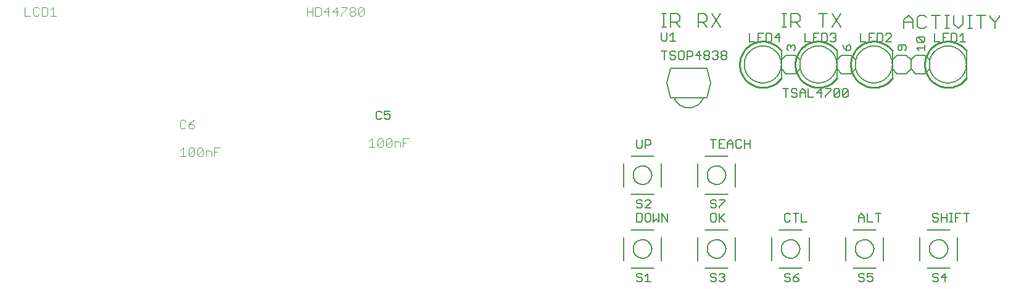
<source format=gto>
G75*
%MOIN*%
%OFA0B0*%
%FSLAX24Y24*%
%IPPOS*%
%LPD*%
%AMOC8*
5,1,8,0,0,1.08239X$1,22.5*
%
%ADD10C,0.0080*%
%ADD11C,0.0100*%
%ADD12C,0.0060*%
%ADD13C,0.0050*%
%ADD14C,0.0040*%
D10*
X034155Y002050D02*
X034155Y003310D01*
X034550Y003705D02*
X035810Y003705D01*
X036205Y003310D02*
X036205Y002050D01*
X035810Y001655D02*
X034550Y001655D01*
X034680Y002680D02*
X034682Y002724D01*
X034688Y002768D01*
X034698Y002811D01*
X034711Y002853D01*
X034728Y002894D01*
X034749Y002933D01*
X034773Y002970D01*
X034800Y003005D01*
X034830Y003037D01*
X034863Y003067D01*
X034899Y003093D01*
X034936Y003117D01*
X034976Y003136D01*
X035017Y003153D01*
X035060Y003165D01*
X035103Y003174D01*
X035147Y003179D01*
X035191Y003180D01*
X035235Y003177D01*
X035279Y003170D01*
X035322Y003159D01*
X035364Y003145D01*
X035404Y003127D01*
X035443Y003105D01*
X035479Y003081D01*
X035513Y003053D01*
X035545Y003022D01*
X035574Y002988D01*
X035600Y002952D01*
X035622Y002914D01*
X035641Y002874D01*
X035656Y002832D01*
X035668Y002790D01*
X035676Y002746D01*
X035680Y002702D01*
X035680Y002658D01*
X035676Y002614D01*
X035668Y002570D01*
X035656Y002528D01*
X035641Y002486D01*
X035622Y002446D01*
X035600Y002408D01*
X035574Y002372D01*
X035545Y002338D01*
X035513Y002307D01*
X035479Y002279D01*
X035443Y002255D01*
X035404Y002233D01*
X035364Y002215D01*
X035322Y002201D01*
X035279Y002190D01*
X035235Y002183D01*
X035191Y002180D01*
X035147Y002181D01*
X035103Y002186D01*
X035060Y002195D01*
X035017Y002207D01*
X034976Y002224D01*
X034936Y002243D01*
X034899Y002267D01*
X034863Y002293D01*
X034830Y002323D01*
X034800Y002355D01*
X034773Y002390D01*
X034749Y002427D01*
X034728Y002466D01*
X034711Y002507D01*
X034698Y002549D01*
X034688Y002592D01*
X034682Y002636D01*
X034680Y002680D01*
X038155Y002050D02*
X038155Y003310D01*
X038550Y003705D02*
X039810Y003705D01*
X040205Y003310D02*
X040205Y002050D01*
X039810Y001655D02*
X038550Y001655D01*
X038680Y002680D02*
X038682Y002724D01*
X038688Y002768D01*
X038698Y002811D01*
X038711Y002853D01*
X038728Y002894D01*
X038749Y002933D01*
X038773Y002970D01*
X038800Y003005D01*
X038830Y003037D01*
X038863Y003067D01*
X038899Y003093D01*
X038936Y003117D01*
X038976Y003136D01*
X039017Y003153D01*
X039060Y003165D01*
X039103Y003174D01*
X039147Y003179D01*
X039191Y003180D01*
X039235Y003177D01*
X039279Y003170D01*
X039322Y003159D01*
X039364Y003145D01*
X039404Y003127D01*
X039443Y003105D01*
X039479Y003081D01*
X039513Y003053D01*
X039545Y003022D01*
X039574Y002988D01*
X039600Y002952D01*
X039622Y002914D01*
X039641Y002874D01*
X039656Y002832D01*
X039668Y002790D01*
X039676Y002746D01*
X039680Y002702D01*
X039680Y002658D01*
X039676Y002614D01*
X039668Y002570D01*
X039656Y002528D01*
X039641Y002486D01*
X039622Y002446D01*
X039600Y002408D01*
X039574Y002372D01*
X039545Y002338D01*
X039513Y002307D01*
X039479Y002279D01*
X039443Y002255D01*
X039404Y002233D01*
X039364Y002215D01*
X039322Y002201D01*
X039279Y002190D01*
X039235Y002183D01*
X039191Y002180D01*
X039147Y002181D01*
X039103Y002186D01*
X039060Y002195D01*
X039017Y002207D01*
X038976Y002224D01*
X038936Y002243D01*
X038899Y002267D01*
X038863Y002293D01*
X038830Y002323D01*
X038800Y002355D01*
X038773Y002390D01*
X038749Y002427D01*
X038728Y002466D01*
X038711Y002507D01*
X038698Y002549D01*
X038688Y002592D01*
X038682Y002636D01*
X038680Y002680D01*
X042155Y002050D02*
X042155Y003310D01*
X042550Y003705D02*
X043810Y003705D01*
X044205Y003310D02*
X044205Y002050D01*
X043810Y001655D02*
X042550Y001655D01*
X042680Y002680D02*
X042682Y002724D01*
X042688Y002768D01*
X042698Y002811D01*
X042711Y002853D01*
X042728Y002894D01*
X042749Y002933D01*
X042773Y002970D01*
X042800Y003005D01*
X042830Y003037D01*
X042863Y003067D01*
X042899Y003093D01*
X042936Y003117D01*
X042976Y003136D01*
X043017Y003153D01*
X043060Y003165D01*
X043103Y003174D01*
X043147Y003179D01*
X043191Y003180D01*
X043235Y003177D01*
X043279Y003170D01*
X043322Y003159D01*
X043364Y003145D01*
X043404Y003127D01*
X043443Y003105D01*
X043479Y003081D01*
X043513Y003053D01*
X043545Y003022D01*
X043574Y002988D01*
X043600Y002952D01*
X043622Y002914D01*
X043641Y002874D01*
X043656Y002832D01*
X043668Y002790D01*
X043676Y002746D01*
X043680Y002702D01*
X043680Y002658D01*
X043676Y002614D01*
X043668Y002570D01*
X043656Y002528D01*
X043641Y002486D01*
X043622Y002446D01*
X043600Y002408D01*
X043574Y002372D01*
X043545Y002338D01*
X043513Y002307D01*
X043479Y002279D01*
X043443Y002255D01*
X043404Y002233D01*
X043364Y002215D01*
X043322Y002201D01*
X043279Y002190D01*
X043235Y002183D01*
X043191Y002180D01*
X043147Y002181D01*
X043103Y002186D01*
X043060Y002195D01*
X043017Y002207D01*
X042976Y002224D01*
X042936Y002243D01*
X042899Y002267D01*
X042863Y002293D01*
X042830Y002323D01*
X042800Y002355D01*
X042773Y002390D01*
X042749Y002427D01*
X042728Y002466D01*
X042711Y002507D01*
X042698Y002549D01*
X042688Y002592D01*
X042682Y002636D01*
X042680Y002680D01*
X046155Y002050D02*
X046155Y003310D01*
X046550Y003705D02*
X047810Y003705D01*
X048205Y003310D02*
X048205Y002050D01*
X047810Y001655D02*
X046550Y001655D01*
X046680Y002680D02*
X046682Y002724D01*
X046688Y002768D01*
X046698Y002811D01*
X046711Y002853D01*
X046728Y002894D01*
X046749Y002933D01*
X046773Y002970D01*
X046800Y003005D01*
X046830Y003037D01*
X046863Y003067D01*
X046899Y003093D01*
X046936Y003117D01*
X046976Y003136D01*
X047017Y003153D01*
X047060Y003165D01*
X047103Y003174D01*
X047147Y003179D01*
X047191Y003180D01*
X047235Y003177D01*
X047279Y003170D01*
X047322Y003159D01*
X047364Y003145D01*
X047404Y003127D01*
X047443Y003105D01*
X047479Y003081D01*
X047513Y003053D01*
X047545Y003022D01*
X047574Y002988D01*
X047600Y002952D01*
X047622Y002914D01*
X047641Y002874D01*
X047656Y002832D01*
X047668Y002790D01*
X047676Y002746D01*
X047680Y002702D01*
X047680Y002658D01*
X047676Y002614D01*
X047668Y002570D01*
X047656Y002528D01*
X047641Y002486D01*
X047622Y002446D01*
X047600Y002408D01*
X047574Y002372D01*
X047545Y002338D01*
X047513Y002307D01*
X047479Y002279D01*
X047443Y002255D01*
X047404Y002233D01*
X047364Y002215D01*
X047322Y002201D01*
X047279Y002190D01*
X047235Y002183D01*
X047191Y002180D01*
X047147Y002181D01*
X047103Y002186D01*
X047060Y002195D01*
X047017Y002207D01*
X046976Y002224D01*
X046936Y002243D01*
X046899Y002267D01*
X046863Y002293D01*
X046830Y002323D01*
X046800Y002355D01*
X046773Y002390D01*
X046749Y002427D01*
X046728Y002466D01*
X046711Y002507D01*
X046698Y002549D01*
X046688Y002592D01*
X046682Y002636D01*
X046680Y002680D01*
X050155Y002050D02*
X050155Y003310D01*
X050550Y003705D02*
X051810Y003705D01*
X052205Y003310D02*
X052205Y002050D01*
X051810Y001655D02*
X050550Y001655D01*
X050680Y002680D02*
X050682Y002724D01*
X050688Y002768D01*
X050698Y002811D01*
X050711Y002853D01*
X050728Y002894D01*
X050749Y002933D01*
X050773Y002970D01*
X050800Y003005D01*
X050830Y003037D01*
X050863Y003067D01*
X050899Y003093D01*
X050936Y003117D01*
X050976Y003136D01*
X051017Y003153D01*
X051060Y003165D01*
X051103Y003174D01*
X051147Y003179D01*
X051191Y003180D01*
X051235Y003177D01*
X051279Y003170D01*
X051322Y003159D01*
X051364Y003145D01*
X051404Y003127D01*
X051443Y003105D01*
X051479Y003081D01*
X051513Y003053D01*
X051545Y003022D01*
X051574Y002988D01*
X051600Y002952D01*
X051622Y002914D01*
X051641Y002874D01*
X051656Y002832D01*
X051668Y002790D01*
X051676Y002746D01*
X051680Y002702D01*
X051680Y002658D01*
X051676Y002614D01*
X051668Y002570D01*
X051656Y002528D01*
X051641Y002486D01*
X051622Y002446D01*
X051600Y002408D01*
X051574Y002372D01*
X051545Y002338D01*
X051513Y002307D01*
X051479Y002279D01*
X051443Y002255D01*
X051404Y002233D01*
X051364Y002215D01*
X051322Y002201D01*
X051279Y002190D01*
X051235Y002183D01*
X051191Y002180D01*
X051147Y002181D01*
X051103Y002186D01*
X051060Y002195D01*
X051017Y002207D01*
X050976Y002224D01*
X050936Y002243D01*
X050899Y002267D01*
X050863Y002293D01*
X050830Y002323D01*
X050800Y002355D01*
X050773Y002390D01*
X050749Y002427D01*
X050728Y002466D01*
X050711Y002507D01*
X050698Y002549D01*
X050688Y002592D01*
X050682Y002636D01*
X050680Y002680D01*
X039810Y005655D02*
X038550Y005655D01*
X038155Y006050D02*
X038155Y007310D01*
X038550Y007705D02*
X039810Y007705D01*
X040205Y007310D02*
X040205Y006050D01*
X038680Y006680D02*
X038682Y006724D01*
X038688Y006768D01*
X038698Y006811D01*
X038711Y006853D01*
X038728Y006894D01*
X038749Y006933D01*
X038773Y006970D01*
X038800Y007005D01*
X038830Y007037D01*
X038863Y007067D01*
X038899Y007093D01*
X038936Y007117D01*
X038976Y007136D01*
X039017Y007153D01*
X039060Y007165D01*
X039103Y007174D01*
X039147Y007179D01*
X039191Y007180D01*
X039235Y007177D01*
X039279Y007170D01*
X039322Y007159D01*
X039364Y007145D01*
X039404Y007127D01*
X039443Y007105D01*
X039479Y007081D01*
X039513Y007053D01*
X039545Y007022D01*
X039574Y006988D01*
X039600Y006952D01*
X039622Y006914D01*
X039641Y006874D01*
X039656Y006832D01*
X039668Y006790D01*
X039676Y006746D01*
X039680Y006702D01*
X039680Y006658D01*
X039676Y006614D01*
X039668Y006570D01*
X039656Y006528D01*
X039641Y006486D01*
X039622Y006446D01*
X039600Y006408D01*
X039574Y006372D01*
X039545Y006338D01*
X039513Y006307D01*
X039479Y006279D01*
X039443Y006255D01*
X039404Y006233D01*
X039364Y006215D01*
X039322Y006201D01*
X039279Y006190D01*
X039235Y006183D01*
X039191Y006180D01*
X039147Y006181D01*
X039103Y006186D01*
X039060Y006195D01*
X039017Y006207D01*
X038976Y006224D01*
X038936Y006243D01*
X038899Y006267D01*
X038863Y006293D01*
X038830Y006323D01*
X038800Y006355D01*
X038773Y006390D01*
X038749Y006427D01*
X038728Y006466D01*
X038711Y006507D01*
X038698Y006549D01*
X038688Y006592D01*
X038682Y006636D01*
X038680Y006680D01*
X036205Y007310D02*
X036205Y006050D01*
X035810Y005655D02*
X034550Y005655D01*
X034155Y006050D02*
X034155Y007310D01*
X034550Y007705D02*
X035810Y007705D01*
X034680Y006680D02*
X034682Y006724D01*
X034688Y006768D01*
X034698Y006811D01*
X034711Y006853D01*
X034728Y006894D01*
X034749Y006933D01*
X034773Y006970D01*
X034800Y007005D01*
X034830Y007037D01*
X034863Y007067D01*
X034899Y007093D01*
X034936Y007117D01*
X034976Y007136D01*
X035017Y007153D01*
X035060Y007165D01*
X035103Y007174D01*
X035147Y007179D01*
X035191Y007180D01*
X035235Y007177D01*
X035279Y007170D01*
X035322Y007159D01*
X035364Y007145D01*
X035404Y007127D01*
X035443Y007105D01*
X035479Y007081D01*
X035513Y007053D01*
X035545Y007022D01*
X035574Y006988D01*
X035600Y006952D01*
X035622Y006914D01*
X035641Y006874D01*
X035656Y006832D01*
X035668Y006790D01*
X035676Y006746D01*
X035680Y006702D01*
X035680Y006658D01*
X035676Y006614D01*
X035668Y006570D01*
X035656Y006528D01*
X035641Y006486D01*
X035622Y006446D01*
X035600Y006408D01*
X035574Y006372D01*
X035545Y006338D01*
X035513Y006307D01*
X035479Y006279D01*
X035443Y006255D01*
X035404Y006233D01*
X035364Y006215D01*
X035322Y006201D01*
X035279Y006190D01*
X035235Y006183D01*
X035191Y006180D01*
X035147Y006181D01*
X035103Y006186D01*
X035060Y006195D01*
X035017Y006207D01*
X034976Y006224D01*
X034936Y006243D01*
X034899Y006267D01*
X034863Y006293D01*
X034830Y006323D01*
X034800Y006355D01*
X034773Y006390D01*
X034749Y006427D01*
X034728Y006466D01*
X034711Y006507D01*
X034698Y006549D01*
X034688Y006592D01*
X034682Y006636D01*
X034680Y006680D01*
X042680Y011930D02*
X042680Y013430D01*
X045680Y013430D02*
X045680Y011930D01*
X048680Y011930D02*
X048680Y013430D01*
X049308Y014630D02*
X049308Y015110D01*
X049548Y015351D01*
X049788Y015110D01*
X049788Y014630D01*
X050045Y014750D02*
X050165Y014630D01*
X050405Y014630D01*
X050525Y014750D01*
X050045Y014750D02*
X050045Y015231D01*
X050165Y015351D01*
X050405Y015351D01*
X050525Y015231D01*
X050781Y015351D02*
X051262Y015351D01*
X051022Y015351D02*
X051022Y014630D01*
X051518Y014630D02*
X051758Y014630D01*
X051638Y014630D02*
X051638Y015351D01*
X051518Y015351D02*
X051758Y015351D01*
X052009Y015351D02*
X052009Y014870D01*
X052249Y014630D01*
X052489Y014870D01*
X052489Y015351D01*
X052746Y015351D02*
X052986Y015351D01*
X052866Y015351D02*
X052866Y014630D01*
X052746Y014630D02*
X052986Y014630D01*
X053477Y014630D02*
X053477Y015351D01*
X053237Y015351D02*
X053717Y015351D01*
X053973Y015351D02*
X053973Y015231D01*
X054214Y014990D01*
X054214Y014630D01*
X054214Y014990D02*
X054454Y015231D01*
X054454Y015351D01*
X049788Y014990D02*
X049308Y014990D01*
X045901Y014720D02*
X045421Y015441D01*
X045165Y015441D02*
X044684Y015441D01*
X044925Y015441D02*
X044925Y014720D01*
X045421Y014720D02*
X045901Y015441D01*
X043691Y015321D02*
X043691Y015080D01*
X043571Y014960D01*
X043211Y014960D01*
X043451Y014960D02*
X043691Y014720D01*
X043211Y014720D02*
X043211Y015441D01*
X043571Y015441D01*
X043691Y015321D01*
X042960Y015441D02*
X042720Y015441D01*
X042840Y015441D02*
X042840Y014720D01*
X042720Y014720D02*
X042960Y014720D01*
X039401Y014720D02*
X038921Y015441D01*
X038665Y015321D02*
X038545Y015441D01*
X038184Y015441D01*
X038184Y014720D01*
X038425Y014960D02*
X038665Y014720D01*
X038921Y014720D02*
X039401Y015441D01*
X038665Y015321D02*
X038665Y015080D01*
X038545Y014960D01*
X038184Y014960D01*
X037191Y015080D02*
X037191Y015321D01*
X037071Y015441D01*
X036711Y015441D01*
X036711Y014720D01*
X036460Y014720D02*
X036220Y014720D01*
X036340Y014720D02*
X036340Y015441D01*
X036220Y015441D02*
X036460Y015441D01*
X036711Y014960D02*
X037071Y014960D01*
X037191Y015080D01*
X036951Y014960D02*
X037191Y014720D01*
X052680Y013430D02*
X052680Y011930D01*
D11*
X052637Y011876D01*
X052591Y011824D01*
X052542Y011775D01*
X052490Y011728D01*
X052436Y011685D01*
X052380Y011644D01*
X052321Y011607D01*
X052261Y011573D01*
X052198Y011543D01*
X052135Y011516D01*
X052069Y011492D01*
X052003Y011472D01*
X051935Y011456D01*
X051867Y011444D01*
X051798Y011436D01*
X051729Y011431D01*
X051659Y011430D01*
X051590Y011433D01*
X051521Y011440D01*
X051453Y011451D01*
X051385Y011465D01*
X051318Y011484D01*
X051252Y011506D01*
X051187Y011531D01*
X051124Y011560D01*
X051063Y011593D01*
X051004Y011629D01*
X050947Y011668D01*
X050891Y011710D01*
X050839Y011755D01*
X050789Y011803D01*
X050742Y011854D01*
X050697Y011908D01*
X050656Y011963D01*
X050618Y012021D01*
X050583Y012081D01*
X050551Y012143D01*
X050523Y012206D01*
X050499Y012271D01*
X050478Y012337D01*
X050461Y012405D01*
X050447Y012473D01*
X050438Y012542D01*
X050432Y012611D01*
X050430Y012680D01*
X050432Y012749D01*
X050438Y012818D01*
X050447Y012887D01*
X050461Y012955D01*
X050478Y013023D01*
X050499Y013089D01*
X050523Y013154D01*
X050551Y013217D01*
X050583Y013279D01*
X050618Y013339D01*
X050656Y013397D01*
X050697Y013452D01*
X050742Y013506D01*
X050789Y013557D01*
X050839Y013605D01*
X050891Y013650D01*
X050947Y013692D01*
X051004Y013731D01*
X051063Y013767D01*
X051124Y013800D01*
X051187Y013829D01*
X051252Y013854D01*
X051318Y013876D01*
X051385Y013895D01*
X051453Y013909D01*
X051521Y013920D01*
X051590Y013927D01*
X051659Y013930D01*
X051729Y013929D01*
X051798Y013924D01*
X051867Y013916D01*
X051935Y013904D01*
X052003Y013888D01*
X052069Y013868D01*
X052135Y013844D01*
X052198Y013817D01*
X052261Y013787D01*
X052321Y013753D01*
X052380Y013716D01*
X052436Y013675D01*
X052490Y013632D01*
X052542Y013585D01*
X052591Y013536D01*
X052637Y013484D01*
X052680Y013430D01*
X048680Y013430D02*
X048637Y013484D01*
X048591Y013536D01*
X048542Y013585D01*
X048490Y013632D01*
X048436Y013675D01*
X048380Y013716D01*
X048321Y013753D01*
X048261Y013787D01*
X048198Y013817D01*
X048135Y013844D01*
X048069Y013868D01*
X048003Y013888D01*
X047935Y013904D01*
X047867Y013916D01*
X047798Y013924D01*
X047729Y013929D01*
X047659Y013930D01*
X047590Y013927D01*
X047521Y013920D01*
X047453Y013909D01*
X047385Y013895D01*
X047318Y013876D01*
X047252Y013854D01*
X047187Y013829D01*
X047124Y013800D01*
X047063Y013767D01*
X047004Y013731D01*
X046947Y013692D01*
X046891Y013650D01*
X046839Y013605D01*
X046789Y013557D01*
X046742Y013506D01*
X046697Y013452D01*
X046656Y013397D01*
X046618Y013339D01*
X046583Y013279D01*
X046551Y013217D01*
X046523Y013154D01*
X046499Y013089D01*
X046478Y013023D01*
X046461Y012955D01*
X046447Y012887D01*
X046438Y012818D01*
X046432Y012749D01*
X046430Y012680D01*
X046432Y012611D01*
X046438Y012542D01*
X046447Y012473D01*
X046461Y012405D01*
X046478Y012337D01*
X046499Y012271D01*
X046523Y012206D01*
X046551Y012143D01*
X046583Y012081D01*
X046618Y012021D01*
X046656Y011963D01*
X046697Y011908D01*
X046742Y011854D01*
X046789Y011803D01*
X046839Y011755D01*
X046891Y011710D01*
X046947Y011668D01*
X047004Y011629D01*
X047063Y011593D01*
X047124Y011560D01*
X047187Y011531D01*
X047252Y011506D01*
X047318Y011484D01*
X047385Y011465D01*
X047453Y011451D01*
X047521Y011440D01*
X047590Y011433D01*
X047659Y011430D01*
X047729Y011431D01*
X047798Y011436D01*
X047867Y011444D01*
X047935Y011456D01*
X048003Y011472D01*
X048069Y011492D01*
X048135Y011516D01*
X048198Y011543D01*
X048261Y011573D01*
X048321Y011607D01*
X048380Y011644D01*
X048436Y011685D01*
X048490Y011728D01*
X048542Y011775D01*
X048591Y011824D01*
X048637Y011876D01*
X048680Y011930D01*
X045680Y011930D02*
X045637Y011876D01*
X045591Y011824D01*
X045542Y011775D01*
X045490Y011728D01*
X045436Y011685D01*
X045380Y011644D01*
X045321Y011607D01*
X045261Y011573D01*
X045198Y011543D01*
X045135Y011516D01*
X045069Y011492D01*
X045003Y011472D01*
X044935Y011456D01*
X044867Y011444D01*
X044798Y011436D01*
X044729Y011431D01*
X044659Y011430D01*
X044590Y011433D01*
X044521Y011440D01*
X044453Y011451D01*
X044385Y011465D01*
X044318Y011484D01*
X044252Y011506D01*
X044187Y011531D01*
X044124Y011560D01*
X044063Y011593D01*
X044004Y011629D01*
X043947Y011668D01*
X043891Y011710D01*
X043839Y011755D01*
X043789Y011803D01*
X043742Y011854D01*
X043697Y011908D01*
X043656Y011963D01*
X043618Y012021D01*
X043583Y012081D01*
X043551Y012143D01*
X043523Y012206D01*
X043499Y012271D01*
X043478Y012337D01*
X043461Y012405D01*
X043447Y012473D01*
X043438Y012542D01*
X043432Y012611D01*
X043430Y012680D01*
X043432Y012749D01*
X043438Y012818D01*
X043447Y012887D01*
X043461Y012955D01*
X043478Y013023D01*
X043499Y013089D01*
X043523Y013154D01*
X043551Y013217D01*
X043583Y013279D01*
X043618Y013339D01*
X043656Y013397D01*
X043697Y013452D01*
X043742Y013506D01*
X043789Y013557D01*
X043839Y013605D01*
X043891Y013650D01*
X043947Y013692D01*
X044004Y013731D01*
X044063Y013767D01*
X044124Y013800D01*
X044187Y013829D01*
X044252Y013854D01*
X044318Y013876D01*
X044385Y013895D01*
X044453Y013909D01*
X044521Y013920D01*
X044590Y013927D01*
X044659Y013930D01*
X044729Y013929D01*
X044798Y013924D01*
X044867Y013916D01*
X044935Y013904D01*
X045003Y013888D01*
X045069Y013868D01*
X045135Y013844D01*
X045198Y013817D01*
X045261Y013787D01*
X045321Y013753D01*
X045380Y013716D01*
X045436Y013675D01*
X045490Y013632D01*
X045542Y013585D01*
X045591Y013536D01*
X045637Y013484D01*
X045680Y013430D01*
X042680Y013430D02*
X042637Y013484D01*
X042591Y013536D01*
X042542Y013585D01*
X042490Y013632D01*
X042436Y013675D01*
X042380Y013716D01*
X042321Y013753D01*
X042261Y013787D01*
X042198Y013817D01*
X042135Y013844D01*
X042069Y013868D01*
X042003Y013888D01*
X041935Y013904D01*
X041867Y013916D01*
X041798Y013924D01*
X041729Y013929D01*
X041659Y013930D01*
X041590Y013927D01*
X041521Y013920D01*
X041453Y013909D01*
X041385Y013895D01*
X041318Y013876D01*
X041252Y013854D01*
X041187Y013829D01*
X041124Y013800D01*
X041063Y013767D01*
X041004Y013731D01*
X040947Y013692D01*
X040891Y013650D01*
X040839Y013605D01*
X040789Y013557D01*
X040742Y013506D01*
X040697Y013452D01*
X040656Y013397D01*
X040618Y013339D01*
X040583Y013279D01*
X040551Y013217D01*
X040523Y013154D01*
X040499Y013089D01*
X040478Y013023D01*
X040461Y012955D01*
X040447Y012887D01*
X040438Y012818D01*
X040432Y012749D01*
X040430Y012680D01*
X040432Y012611D01*
X040438Y012542D01*
X040447Y012473D01*
X040461Y012405D01*
X040478Y012337D01*
X040499Y012271D01*
X040523Y012206D01*
X040551Y012143D01*
X040583Y012081D01*
X040618Y012021D01*
X040656Y011963D01*
X040697Y011908D01*
X040742Y011854D01*
X040789Y011803D01*
X040839Y011755D01*
X040891Y011710D01*
X040947Y011668D01*
X041004Y011629D01*
X041063Y011593D01*
X041124Y011560D01*
X041187Y011531D01*
X041252Y011506D01*
X041318Y011484D01*
X041385Y011465D01*
X041453Y011451D01*
X041521Y011440D01*
X041590Y011433D01*
X041659Y011430D01*
X041729Y011431D01*
X041798Y011436D01*
X041867Y011444D01*
X041935Y011456D01*
X042003Y011472D01*
X042069Y011492D01*
X042135Y011516D01*
X042198Y011543D01*
X042261Y011573D01*
X042321Y011607D01*
X042380Y011644D01*
X042436Y011685D01*
X042490Y011728D01*
X042542Y011775D01*
X042591Y011824D01*
X042637Y011876D01*
X042680Y011930D01*
D12*
X042930Y012180D02*
X043430Y012180D01*
X043680Y012430D01*
X043680Y012930D01*
X043430Y013180D01*
X042930Y013180D01*
X042680Y012930D01*
X042680Y012430D01*
X042930Y012180D01*
X040680Y012680D02*
X040682Y012743D01*
X040688Y012805D01*
X040698Y012867D01*
X040711Y012929D01*
X040729Y012989D01*
X040750Y013048D01*
X040775Y013106D01*
X040804Y013162D01*
X040836Y013216D01*
X040871Y013268D01*
X040909Y013317D01*
X040951Y013365D01*
X040995Y013409D01*
X041043Y013451D01*
X041092Y013489D01*
X041144Y013524D01*
X041198Y013556D01*
X041254Y013585D01*
X041312Y013610D01*
X041371Y013631D01*
X041431Y013649D01*
X041493Y013662D01*
X041555Y013672D01*
X041617Y013678D01*
X041680Y013680D01*
X041743Y013678D01*
X041805Y013672D01*
X041867Y013662D01*
X041929Y013649D01*
X041989Y013631D01*
X042048Y013610D01*
X042106Y013585D01*
X042162Y013556D01*
X042216Y013524D01*
X042268Y013489D01*
X042317Y013451D01*
X042365Y013409D01*
X042409Y013365D01*
X042451Y013317D01*
X042489Y013268D01*
X042524Y013216D01*
X042556Y013162D01*
X042585Y013106D01*
X042610Y013048D01*
X042631Y012989D01*
X042649Y012929D01*
X042662Y012867D01*
X042672Y012805D01*
X042678Y012743D01*
X042680Y012680D01*
X042678Y012617D01*
X042672Y012555D01*
X042662Y012493D01*
X042649Y012431D01*
X042631Y012371D01*
X042610Y012312D01*
X042585Y012254D01*
X042556Y012198D01*
X042524Y012144D01*
X042489Y012092D01*
X042451Y012043D01*
X042409Y011995D01*
X042365Y011951D01*
X042317Y011909D01*
X042268Y011871D01*
X042216Y011836D01*
X042162Y011804D01*
X042106Y011775D01*
X042048Y011750D01*
X041989Y011729D01*
X041929Y011711D01*
X041867Y011698D01*
X041805Y011688D01*
X041743Y011682D01*
X041680Y011680D01*
X041617Y011682D01*
X041555Y011688D01*
X041493Y011698D01*
X041431Y011711D01*
X041371Y011729D01*
X041312Y011750D01*
X041254Y011775D01*
X041198Y011804D01*
X041144Y011836D01*
X041092Y011871D01*
X041043Y011909D01*
X040995Y011951D01*
X040951Y011995D01*
X040909Y012043D01*
X040871Y012092D01*
X040836Y012144D01*
X040804Y012198D01*
X040775Y012254D01*
X040750Y012312D01*
X040729Y012371D01*
X040711Y012431D01*
X040698Y012493D01*
X040688Y012555D01*
X040682Y012617D01*
X040680Y012680D01*
X043680Y012680D02*
X043682Y012743D01*
X043688Y012805D01*
X043698Y012867D01*
X043711Y012929D01*
X043729Y012989D01*
X043750Y013048D01*
X043775Y013106D01*
X043804Y013162D01*
X043836Y013216D01*
X043871Y013268D01*
X043909Y013317D01*
X043951Y013365D01*
X043995Y013409D01*
X044043Y013451D01*
X044092Y013489D01*
X044144Y013524D01*
X044198Y013556D01*
X044254Y013585D01*
X044312Y013610D01*
X044371Y013631D01*
X044431Y013649D01*
X044493Y013662D01*
X044555Y013672D01*
X044617Y013678D01*
X044680Y013680D01*
X044743Y013678D01*
X044805Y013672D01*
X044867Y013662D01*
X044929Y013649D01*
X044989Y013631D01*
X045048Y013610D01*
X045106Y013585D01*
X045162Y013556D01*
X045216Y013524D01*
X045268Y013489D01*
X045317Y013451D01*
X045365Y013409D01*
X045409Y013365D01*
X045451Y013317D01*
X045489Y013268D01*
X045524Y013216D01*
X045556Y013162D01*
X045585Y013106D01*
X045610Y013048D01*
X045631Y012989D01*
X045649Y012929D01*
X045662Y012867D01*
X045672Y012805D01*
X045678Y012743D01*
X045680Y012680D01*
X045678Y012617D01*
X045672Y012555D01*
X045662Y012493D01*
X045649Y012431D01*
X045631Y012371D01*
X045610Y012312D01*
X045585Y012254D01*
X045556Y012198D01*
X045524Y012144D01*
X045489Y012092D01*
X045451Y012043D01*
X045409Y011995D01*
X045365Y011951D01*
X045317Y011909D01*
X045268Y011871D01*
X045216Y011836D01*
X045162Y011804D01*
X045106Y011775D01*
X045048Y011750D01*
X044989Y011729D01*
X044929Y011711D01*
X044867Y011698D01*
X044805Y011688D01*
X044743Y011682D01*
X044680Y011680D01*
X044617Y011682D01*
X044555Y011688D01*
X044493Y011698D01*
X044431Y011711D01*
X044371Y011729D01*
X044312Y011750D01*
X044254Y011775D01*
X044198Y011804D01*
X044144Y011836D01*
X044092Y011871D01*
X044043Y011909D01*
X043995Y011951D01*
X043951Y011995D01*
X043909Y012043D01*
X043871Y012092D01*
X043836Y012144D01*
X043804Y012198D01*
X043775Y012254D01*
X043750Y012312D01*
X043729Y012371D01*
X043711Y012431D01*
X043698Y012493D01*
X043688Y012555D01*
X043682Y012617D01*
X043680Y012680D01*
X045680Y012430D02*
X045930Y012180D01*
X046430Y012180D01*
X046680Y012430D01*
X046680Y012930D01*
X046430Y013180D01*
X045930Y013180D01*
X045680Y012930D01*
X045680Y012430D01*
X046680Y012680D02*
X046682Y012743D01*
X046688Y012805D01*
X046698Y012867D01*
X046711Y012929D01*
X046729Y012989D01*
X046750Y013048D01*
X046775Y013106D01*
X046804Y013162D01*
X046836Y013216D01*
X046871Y013268D01*
X046909Y013317D01*
X046951Y013365D01*
X046995Y013409D01*
X047043Y013451D01*
X047092Y013489D01*
X047144Y013524D01*
X047198Y013556D01*
X047254Y013585D01*
X047312Y013610D01*
X047371Y013631D01*
X047431Y013649D01*
X047493Y013662D01*
X047555Y013672D01*
X047617Y013678D01*
X047680Y013680D01*
X047743Y013678D01*
X047805Y013672D01*
X047867Y013662D01*
X047929Y013649D01*
X047989Y013631D01*
X048048Y013610D01*
X048106Y013585D01*
X048162Y013556D01*
X048216Y013524D01*
X048268Y013489D01*
X048317Y013451D01*
X048365Y013409D01*
X048409Y013365D01*
X048451Y013317D01*
X048489Y013268D01*
X048524Y013216D01*
X048556Y013162D01*
X048585Y013106D01*
X048610Y013048D01*
X048631Y012989D01*
X048649Y012929D01*
X048662Y012867D01*
X048672Y012805D01*
X048678Y012743D01*
X048680Y012680D01*
X048678Y012617D01*
X048672Y012555D01*
X048662Y012493D01*
X048649Y012431D01*
X048631Y012371D01*
X048610Y012312D01*
X048585Y012254D01*
X048556Y012198D01*
X048524Y012144D01*
X048489Y012092D01*
X048451Y012043D01*
X048409Y011995D01*
X048365Y011951D01*
X048317Y011909D01*
X048268Y011871D01*
X048216Y011836D01*
X048162Y011804D01*
X048106Y011775D01*
X048048Y011750D01*
X047989Y011729D01*
X047929Y011711D01*
X047867Y011698D01*
X047805Y011688D01*
X047743Y011682D01*
X047680Y011680D01*
X047617Y011682D01*
X047555Y011688D01*
X047493Y011698D01*
X047431Y011711D01*
X047371Y011729D01*
X047312Y011750D01*
X047254Y011775D01*
X047198Y011804D01*
X047144Y011836D01*
X047092Y011871D01*
X047043Y011909D01*
X046995Y011951D01*
X046951Y011995D01*
X046909Y012043D01*
X046871Y012092D01*
X046836Y012144D01*
X046804Y012198D01*
X046775Y012254D01*
X046750Y012312D01*
X046729Y012371D01*
X046711Y012431D01*
X046698Y012493D01*
X046688Y012555D01*
X046682Y012617D01*
X046680Y012680D01*
X048680Y012430D02*
X048930Y012180D01*
X049430Y012180D01*
X049680Y012430D01*
X049930Y012180D01*
X050430Y012180D01*
X050680Y012430D01*
X050680Y012930D01*
X050430Y013180D01*
X049930Y013180D01*
X049680Y012930D01*
X049680Y012430D01*
X049680Y012930D01*
X049430Y013180D01*
X048930Y013180D01*
X048680Y012930D01*
X048680Y012430D01*
X050680Y012680D02*
X050682Y012743D01*
X050688Y012805D01*
X050698Y012867D01*
X050711Y012929D01*
X050729Y012989D01*
X050750Y013048D01*
X050775Y013106D01*
X050804Y013162D01*
X050836Y013216D01*
X050871Y013268D01*
X050909Y013317D01*
X050951Y013365D01*
X050995Y013409D01*
X051043Y013451D01*
X051092Y013489D01*
X051144Y013524D01*
X051198Y013556D01*
X051254Y013585D01*
X051312Y013610D01*
X051371Y013631D01*
X051431Y013649D01*
X051493Y013662D01*
X051555Y013672D01*
X051617Y013678D01*
X051680Y013680D01*
X051743Y013678D01*
X051805Y013672D01*
X051867Y013662D01*
X051929Y013649D01*
X051989Y013631D01*
X052048Y013610D01*
X052106Y013585D01*
X052162Y013556D01*
X052216Y013524D01*
X052268Y013489D01*
X052317Y013451D01*
X052365Y013409D01*
X052409Y013365D01*
X052451Y013317D01*
X052489Y013268D01*
X052524Y013216D01*
X052556Y013162D01*
X052585Y013106D01*
X052610Y013048D01*
X052631Y012989D01*
X052649Y012929D01*
X052662Y012867D01*
X052672Y012805D01*
X052678Y012743D01*
X052680Y012680D01*
X052678Y012617D01*
X052672Y012555D01*
X052662Y012493D01*
X052649Y012431D01*
X052631Y012371D01*
X052610Y012312D01*
X052585Y012254D01*
X052556Y012198D01*
X052524Y012144D01*
X052489Y012092D01*
X052451Y012043D01*
X052409Y011995D01*
X052365Y011951D01*
X052317Y011909D01*
X052268Y011871D01*
X052216Y011836D01*
X052162Y011804D01*
X052106Y011775D01*
X052048Y011750D01*
X051989Y011729D01*
X051929Y011711D01*
X051867Y011698D01*
X051805Y011688D01*
X051743Y011682D01*
X051680Y011680D01*
X051617Y011682D01*
X051555Y011688D01*
X051493Y011698D01*
X051431Y011711D01*
X051371Y011729D01*
X051312Y011750D01*
X051254Y011775D01*
X051198Y011804D01*
X051144Y011836D01*
X051092Y011871D01*
X051043Y011909D01*
X050995Y011951D01*
X050951Y011995D01*
X050909Y012043D01*
X050871Y012092D01*
X050836Y012144D01*
X050804Y012198D01*
X050775Y012254D01*
X050750Y012312D01*
X050729Y012371D01*
X050711Y012431D01*
X050698Y012493D01*
X050688Y012555D01*
X050682Y012617D01*
X050680Y012680D01*
D13*
X050435Y013425D02*
X050435Y013725D01*
X050435Y013575D02*
X049985Y013575D01*
X050135Y013425D01*
X049435Y013500D02*
X049435Y013650D01*
X049360Y013725D01*
X049060Y013725D01*
X048985Y013650D01*
X048985Y013500D01*
X049060Y013425D01*
X049135Y013425D01*
X049210Y013500D01*
X049210Y013725D01*
X049435Y013500D02*
X049360Y013425D01*
X049985Y013960D02*
X049985Y014111D01*
X050060Y014186D01*
X050360Y013885D01*
X050435Y013960D01*
X050435Y014111D01*
X050360Y014186D01*
X050060Y014186D01*
X049985Y013960D02*
X050060Y013885D01*
X050360Y013885D01*
X050955Y013915D02*
X051255Y013915D01*
X051415Y013915D02*
X051716Y013915D01*
X051876Y013915D02*
X052101Y013915D01*
X052176Y013990D01*
X052176Y014290D01*
X052101Y014365D01*
X051876Y014365D01*
X051876Y013915D01*
X052336Y013915D02*
X052636Y013915D01*
X052486Y013915D02*
X052486Y014365D01*
X052336Y014215D01*
X051716Y014365D02*
X051415Y014365D01*
X051415Y013915D01*
X050955Y013915D02*
X050955Y014365D01*
X051415Y014140D02*
X051566Y014140D01*
X048636Y014215D02*
X048336Y013915D01*
X048636Y013915D01*
X048176Y013990D02*
X048176Y014290D01*
X048101Y014365D01*
X047876Y014365D01*
X047876Y013915D01*
X048101Y013915D01*
X048176Y013990D01*
X048336Y014290D02*
X048411Y014365D01*
X048561Y014365D01*
X048636Y014290D01*
X048636Y014215D01*
X047716Y014365D02*
X047415Y014365D01*
X047415Y013915D01*
X047716Y013915D01*
X047255Y013915D02*
X046955Y013915D01*
X046955Y014365D01*
X047415Y014140D02*
X047566Y014140D01*
X046435Y013650D02*
X046360Y013725D01*
X046285Y013725D01*
X046210Y013650D01*
X046210Y013425D01*
X046360Y013425D01*
X046435Y013500D01*
X046435Y013650D01*
X046210Y013425D02*
X046060Y013575D01*
X045985Y013725D01*
X045636Y013990D02*
X045561Y013915D01*
X045411Y013915D01*
X045336Y013990D01*
X045176Y013990D02*
X045101Y013915D01*
X044876Y013915D01*
X044876Y014365D01*
X045101Y014365D01*
X045176Y014290D01*
X045176Y013990D01*
X045336Y014290D02*
X045411Y014365D01*
X045561Y014365D01*
X045636Y014290D01*
X045636Y014215D01*
X045561Y014140D01*
X045636Y014065D01*
X045636Y013990D01*
X045561Y014140D02*
X045486Y014140D01*
X044716Y013915D02*
X044415Y013915D01*
X044415Y014365D01*
X044716Y014365D01*
X044566Y014140D02*
X044415Y014140D01*
X043955Y014365D02*
X043955Y013915D01*
X044255Y013915D01*
X043435Y013650D02*
X043435Y013500D01*
X043360Y013425D01*
X043210Y013575D02*
X043210Y013650D01*
X043285Y013725D01*
X043360Y013725D01*
X043435Y013650D01*
X043210Y013650D02*
X043135Y013725D01*
X043060Y013725D01*
X042985Y013650D01*
X042985Y013500D01*
X043060Y013425D01*
X042561Y013915D02*
X042561Y014365D01*
X042336Y014140D01*
X042636Y014140D01*
X042176Y013990D02*
X042176Y014290D01*
X042101Y014365D01*
X041876Y014365D01*
X041876Y013915D01*
X042101Y013915D01*
X042176Y013990D01*
X041716Y013915D02*
X041415Y013915D01*
X041415Y014365D01*
X041716Y014365D01*
X041566Y014140D02*
X041415Y014140D01*
X040955Y014365D02*
X040955Y013915D01*
X041255Y013915D01*
X039728Y013330D02*
X039653Y013405D01*
X039503Y013405D01*
X039428Y013330D01*
X039428Y013255D01*
X039503Y013180D01*
X039653Y013180D01*
X039728Y013105D01*
X039728Y013030D01*
X039653Y012955D01*
X039503Y012955D01*
X039428Y013030D01*
X039428Y013105D01*
X039503Y013180D01*
X039653Y013180D02*
X039728Y013255D01*
X039728Y013330D01*
X039268Y013330D02*
X039193Y013405D01*
X039042Y013405D01*
X038967Y013330D01*
X038807Y013330D02*
X038807Y013255D01*
X038732Y013180D01*
X038582Y013180D01*
X038507Y013255D01*
X038507Y013330D01*
X038582Y013405D01*
X038732Y013405D01*
X038807Y013330D01*
X038732Y013180D02*
X038807Y013105D01*
X038807Y013030D01*
X038732Y012955D01*
X038582Y012955D01*
X038507Y013030D01*
X038507Y013105D01*
X038582Y013180D01*
X038347Y013180D02*
X038047Y013180D01*
X038272Y013405D01*
X038272Y012955D01*
X037886Y013180D02*
X037811Y013105D01*
X037586Y013105D01*
X037586Y012955D02*
X037586Y013405D01*
X037811Y013405D01*
X037886Y013330D01*
X037886Y013180D01*
X037426Y013030D02*
X037426Y013330D01*
X037351Y013405D01*
X037201Y013405D01*
X037126Y013330D01*
X037126Y013030D01*
X037201Y012955D01*
X037351Y012955D01*
X037426Y013030D01*
X036966Y013030D02*
X036891Y012955D01*
X036740Y012955D01*
X036665Y013030D01*
X036740Y013180D02*
X036891Y013180D01*
X036966Y013105D01*
X036966Y013030D01*
X036740Y013180D02*
X036665Y013255D01*
X036665Y013330D01*
X036740Y013405D01*
X036891Y013405D01*
X036966Y013330D01*
X036505Y013405D02*
X036205Y013405D01*
X036355Y013405D02*
X036355Y012955D01*
X036695Y012457D02*
X038664Y012457D01*
X038861Y011670D01*
X038664Y010882D01*
X038467Y010882D01*
X036892Y010882D01*
X036695Y010882D01*
X036498Y011670D01*
X036695Y012457D01*
X038967Y013030D02*
X039042Y012955D01*
X039193Y012955D01*
X039268Y013030D01*
X039268Y013105D01*
X039193Y013180D01*
X039117Y013180D01*
X039193Y013180D02*
X039268Y013255D01*
X039268Y013330D01*
X036966Y013955D02*
X036665Y013955D01*
X036816Y013955D02*
X036816Y014405D01*
X036665Y014255D01*
X036505Y014405D02*
X036505Y014030D01*
X036430Y013955D01*
X036280Y013955D01*
X036205Y014030D01*
X036205Y014405D01*
X042762Y011365D02*
X043062Y011365D01*
X042912Y011365D02*
X042912Y010915D01*
X043222Y010990D02*
X043297Y010915D01*
X043447Y010915D01*
X043523Y010990D01*
X043523Y011065D01*
X043447Y011140D01*
X043297Y011140D01*
X043222Y011215D01*
X043222Y011290D01*
X043297Y011365D01*
X043447Y011365D01*
X043523Y011290D01*
X043683Y011215D02*
X043833Y011365D01*
X043983Y011215D01*
X043983Y010915D01*
X044143Y010915D02*
X044443Y010915D01*
X044143Y010915D02*
X044143Y011365D01*
X043983Y011140D02*
X043683Y011140D01*
X043683Y011215D02*
X043683Y010915D01*
X044603Y011140D02*
X044904Y011140D01*
X045064Y010990D02*
X045064Y010915D01*
X045064Y010990D02*
X045364Y011290D01*
X045364Y011365D01*
X045064Y011365D01*
X044829Y011365D02*
X044603Y011140D01*
X044829Y010915D02*
X044829Y011365D01*
X045524Y011290D02*
X045599Y011365D01*
X045749Y011365D01*
X045824Y011290D01*
X045524Y010990D01*
X045599Y010915D01*
X045749Y010915D01*
X045824Y010990D01*
X045824Y011290D01*
X045985Y011290D02*
X046060Y011365D01*
X046210Y011365D01*
X046285Y011290D01*
X045985Y010990D01*
X046060Y010915D01*
X046210Y010915D01*
X046285Y010990D01*
X046285Y011290D01*
X045985Y011290D02*
X045985Y010990D01*
X045524Y010990D02*
X045524Y011290D01*
X038467Y010882D02*
X038446Y010829D01*
X038421Y010779D01*
X038392Y010730D01*
X038360Y010683D01*
X038326Y010638D01*
X038288Y010596D01*
X038247Y010556D01*
X038204Y010520D01*
X038159Y010486D01*
X038111Y010455D01*
X038062Y010428D01*
X038011Y010404D01*
X037958Y010383D01*
X037904Y010366D01*
X037849Y010353D01*
X037793Y010344D01*
X037737Y010338D01*
X037680Y010336D01*
X037623Y010338D01*
X037567Y010344D01*
X037511Y010353D01*
X037456Y010366D01*
X037402Y010383D01*
X037349Y010404D01*
X037298Y010428D01*
X037249Y010455D01*
X037201Y010486D01*
X037156Y010520D01*
X037113Y010556D01*
X037072Y010596D01*
X037034Y010638D01*
X037000Y010683D01*
X036968Y010730D01*
X036939Y010779D01*
X036914Y010829D01*
X036893Y010882D01*
X035541Y008605D02*
X035616Y008530D01*
X035616Y008380D01*
X035541Y008305D01*
X035315Y008305D01*
X035315Y008155D02*
X035315Y008605D01*
X035541Y008605D01*
X035155Y008605D02*
X035155Y008230D01*
X035080Y008155D01*
X034930Y008155D01*
X034855Y008230D01*
X034855Y008605D01*
X038855Y008605D02*
X039155Y008605D01*
X039005Y008605D02*
X039005Y008155D01*
X039315Y008155D02*
X039616Y008155D01*
X039776Y008155D02*
X039776Y008455D01*
X039926Y008605D01*
X040076Y008455D01*
X040076Y008155D01*
X040236Y008230D02*
X040311Y008155D01*
X040461Y008155D01*
X040536Y008230D01*
X040697Y008155D02*
X040697Y008605D01*
X040536Y008530D02*
X040461Y008605D01*
X040311Y008605D01*
X040236Y008530D01*
X040236Y008230D01*
X040076Y008380D02*
X039776Y008380D01*
X039616Y008605D02*
X039315Y008605D01*
X039315Y008155D01*
X039315Y008380D02*
X039466Y008380D01*
X040697Y008380D02*
X040997Y008380D01*
X040997Y008605D02*
X040997Y008155D01*
X039616Y005355D02*
X039616Y005280D01*
X039315Y004980D01*
X039315Y004905D01*
X039155Y004980D02*
X039080Y004905D01*
X038930Y004905D01*
X038855Y004980D01*
X038930Y005130D02*
X039080Y005130D01*
X039155Y005055D01*
X039155Y004980D01*
X038930Y005130D02*
X038855Y005205D01*
X038855Y005280D01*
X038930Y005355D01*
X039080Y005355D01*
X039155Y005280D01*
X039315Y005355D02*
X039616Y005355D01*
X039616Y004605D02*
X039315Y004305D01*
X039390Y004380D02*
X039616Y004155D01*
X039315Y004155D02*
X039315Y004605D01*
X039155Y004530D02*
X039080Y004605D01*
X038930Y004605D01*
X038855Y004530D01*
X038855Y004230D01*
X038930Y004155D01*
X039080Y004155D01*
X039155Y004230D01*
X039155Y004530D01*
X036536Y004605D02*
X036536Y004155D01*
X036236Y004605D01*
X036236Y004155D01*
X036076Y004155D02*
X035926Y004305D01*
X035776Y004155D01*
X035776Y004605D01*
X035616Y004530D02*
X035541Y004605D01*
X035390Y004605D01*
X035315Y004530D01*
X035315Y004230D01*
X035390Y004155D01*
X035541Y004155D01*
X035616Y004230D01*
X035616Y004530D01*
X035155Y004530D02*
X035080Y004605D01*
X034855Y004605D01*
X034855Y004155D01*
X035080Y004155D01*
X035155Y004230D01*
X035155Y004530D01*
X036076Y004605D02*
X036076Y004155D01*
X035616Y004905D02*
X035315Y004905D01*
X035616Y005205D01*
X035616Y005280D01*
X035541Y005355D01*
X035390Y005355D01*
X035315Y005280D01*
X035155Y005280D02*
X035080Y005355D01*
X034930Y005355D01*
X034855Y005280D01*
X034855Y005205D01*
X034930Y005130D01*
X035080Y005130D01*
X035155Y005055D01*
X035155Y004980D01*
X035080Y004905D01*
X034930Y004905D01*
X034855Y004980D01*
X042855Y004530D02*
X042855Y004230D01*
X042930Y004155D01*
X043080Y004155D01*
X043155Y004230D01*
X043466Y004155D02*
X043466Y004605D01*
X043616Y004605D02*
X043315Y004605D01*
X043155Y004530D02*
X043080Y004605D01*
X042930Y004605D01*
X042855Y004530D01*
X043776Y004605D02*
X043776Y004155D01*
X044076Y004155D01*
X046855Y004155D02*
X046855Y004455D01*
X047005Y004605D01*
X047155Y004455D01*
X047155Y004155D01*
X047315Y004155D02*
X047616Y004155D01*
X047315Y004155D02*
X047315Y004605D01*
X047155Y004380D02*
X046855Y004380D01*
X047776Y004605D02*
X048076Y004605D01*
X047926Y004605D02*
X047926Y004155D01*
X050855Y004230D02*
X050930Y004155D01*
X051080Y004155D01*
X051155Y004230D01*
X051155Y004305D01*
X051080Y004380D01*
X050930Y004380D01*
X050855Y004455D01*
X050855Y004530D01*
X050930Y004605D01*
X051080Y004605D01*
X051155Y004530D01*
X051315Y004605D02*
X051315Y004155D01*
X051616Y004155D02*
X051616Y004605D01*
X051776Y004605D02*
X051926Y004605D01*
X051851Y004605D02*
X051851Y004155D01*
X051776Y004155D02*
X051926Y004155D01*
X052083Y004155D02*
X052083Y004605D01*
X052383Y004605D01*
X052543Y004605D02*
X052843Y004605D01*
X052693Y004605D02*
X052693Y004155D01*
X052233Y004380D02*
X052083Y004380D01*
X051616Y004380D02*
X051315Y004380D01*
X051541Y001355D02*
X051315Y001130D01*
X051616Y001130D01*
X051541Y000905D02*
X051541Y001355D01*
X051155Y001280D02*
X051080Y001355D01*
X050930Y001355D01*
X050855Y001280D01*
X050855Y001205D01*
X050930Y001130D01*
X051080Y001130D01*
X051155Y001055D01*
X051155Y000980D01*
X051080Y000905D01*
X050930Y000905D01*
X050855Y000980D01*
X047616Y000980D02*
X047541Y000905D01*
X047390Y000905D01*
X047315Y000980D01*
X047315Y001130D02*
X047466Y001205D01*
X047541Y001205D01*
X047616Y001130D01*
X047616Y000980D01*
X047315Y001130D02*
X047315Y001355D01*
X047616Y001355D01*
X047155Y001280D02*
X047080Y001355D01*
X046930Y001355D01*
X046855Y001280D01*
X046855Y001205D01*
X046930Y001130D01*
X047080Y001130D01*
X047155Y001055D01*
X047155Y000980D01*
X047080Y000905D01*
X046930Y000905D01*
X046855Y000980D01*
X043616Y000980D02*
X043616Y001055D01*
X043541Y001130D01*
X043315Y001130D01*
X043315Y000980D01*
X043390Y000905D01*
X043541Y000905D01*
X043616Y000980D01*
X043466Y001280D02*
X043315Y001130D01*
X043155Y001055D02*
X043080Y001130D01*
X042930Y001130D01*
X042855Y001205D01*
X042855Y001280D01*
X042930Y001355D01*
X043080Y001355D01*
X043155Y001280D01*
X043155Y001055D02*
X043155Y000980D01*
X043080Y000905D01*
X042930Y000905D01*
X042855Y000980D01*
X043466Y001280D02*
X043616Y001355D01*
X039616Y001280D02*
X039616Y001205D01*
X039541Y001130D01*
X039616Y001055D01*
X039616Y000980D01*
X039541Y000905D01*
X039390Y000905D01*
X039315Y000980D01*
X039155Y000980D02*
X039080Y000905D01*
X038930Y000905D01*
X038855Y000980D01*
X038930Y001130D02*
X039080Y001130D01*
X039155Y001055D01*
X039155Y000980D01*
X038930Y001130D02*
X038855Y001205D01*
X038855Y001280D01*
X038930Y001355D01*
X039080Y001355D01*
X039155Y001280D01*
X039315Y001280D02*
X039390Y001355D01*
X039541Y001355D01*
X039616Y001280D01*
X039541Y001130D02*
X039466Y001130D01*
X035616Y000905D02*
X035315Y000905D01*
X035466Y000905D02*
X035466Y001355D01*
X035315Y001205D01*
X035155Y001280D02*
X035080Y001355D01*
X034930Y001355D01*
X034855Y001280D01*
X034855Y001205D01*
X034930Y001130D01*
X035080Y001130D01*
X035155Y001055D01*
X035155Y000980D01*
X035080Y000905D01*
X034930Y000905D01*
X034855Y000980D01*
X021545Y009780D02*
X021470Y009705D01*
X021320Y009705D01*
X021245Y009780D01*
X021245Y009930D02*
X021395Y010005D01*
X021470Y010005D01*
X021545Y009930D01*
X021545Y009780D01*
X021245Y009930D02*
X021245Y010155D01*
X021545Y010155D01*
X021084Y010080D02*
X021009Y010155D01*
X020859Y010155D01*
X020784Y010080D01*
X020784Y009780D01*
X020859Y009705D01*
X021009Y009705D01*
X021084Y009780D01*
D14*
X010507Y007700D02*
X010200Y007700D01*
X010353Y007700D02*
X010353Y008160D01*
X010200Y008007D01*
X010660Y008084D02*
X010660Y007777D01*
X010967Y008084D01*
X010967Y007777D01*
X010891Y007700D01*
X010737Y007700D01*
X010660Y007777D01*
X011121Y007777D02*
X011198Y007700D01*
X011351Y007700D01*
X011428Y007777D01*
X011428Y008084D01*
X011121Y007777D01*
X011121Y008084D01*
X011198Y008160D01*
X011351Y008160D01*
X011428Y008084D01*
X011581Y008007D02*
X011811Y008007D01*
X011888Y007930D01*
X011888Y007700D01*
X012042Y007700D02*
X012042Y008160D01*
X012348Y008160D01*
X012195Y007930D02*
X012042Y007930D01*
X011581Y008007D02*
X011581Y007700D01*
X010967Y008084D02*
X010891Y008160D01*
X010737Y008160D01*
X010660Y008084D01*
X010737Y009200D02*
X010891Y009200D01*
X010967Y009277D01*
X010967Y009353D01*
X010891Y009430D01*
X010660Y009430D01*
X010660Y009277D01*
X010737Y009200D01*
X010507Y009277D02*
X010430Y009200D01*
X010277Y009200D01*
X010200Y009277D01*
X010200Y009584D01*
X010277Y009660D01*
X010430Y009660D01*
X010507Y009584D01*
X010660Y009430D02*
X010814Y009584D01*
X010967Y009660D01*
X020398Y008507D02*
X020551Y008660D01*
X020551Y008200D01*
X020398Y008200D02*
X020705Y008200D01*
X020858Y008277D02*
X021165Y008584D01*
X021165Y008277D01*
X021089Y008200D01*
X020935Y008200D01*
X020858Y008277D01*
X020858Y008584D01*
X020935Y008660D01*
X021089Y008660D01*
X021165Y008584D01*
X021319Y008584D02*
X021396Y008660D01*
X021549Y008660D01*
X021626Y008584D01*
X021319Y008277D01*
X021396Y008200D01*
X021549Y008200D01*
X021626Y008277D01*
X021626Y008584D01*
X021779Y008507D02*
X022009Y008507D01*
X022086Y008430D01*
X022086Y008200D01*
X022240Y008200D02*
X022240Y008660D01*
X022547Y008660D01*
X022393Y008430D02*
X022240Y008430D01*
X021779Y008507D02*
X021779Y008200D01*
X021319Y008277D02*
X021319Y008584D01*
X020043Y015320D02*
X019889Y015320D01*
X019812Y015397D01*
X020119Y015704D01*
X020119Y015397D01*
X020043Y015320D01*
X019812Y015397D02*
X019812Y015704D01*
X019889Y015780D01*
X020043Y015780D01*
X020119Y015704D01*
X019659Y015704D02*
X019582Y015780D01*
X019429Y015780D01*
X019352Y015704D01*
X019352Y015627D01*
X019429Y015550D01*
X019582Y015550D01*
X019659Y015473D01*
X019659Y015397D01*
X019582Y015320D01*
X019429Y015320D01*
X019352Y015397D01*
X019352Y015473D01*
X019429Y015550D01*
X019582Y015550D02*
X019659Y015627D01*
X019659Y015704D01*
X019198Y015704D02*
X019198Y015780D01*
X018892Y015780D01*
X018661Y015780D02*
X018431Y015550D01*
X018738Y015550D01*
X018892Y015397D02*
X018892Y015320D01*
X018892Y015397D02*
X019198Y015704D01*
X018661Y015780D02*
X018661Y015320D01*
X018278Y015550D02*
X017971Y015550D01*
X018201Y015780D01*
X018201Y015320D01*
X017817Y015397D02*
X017817Y015704D01*
X017741Y015780D01*
X017510Y015780D01*
X017510Y015320D01*
X017741Y015320D01*
X017817Y015397D01*
X017357Y015320D02*
X017357Y015780D01*
X017050Y015780D02*
X017050Y015320D01*
X017050Y015550D02*
X017357Y015550D01*
X003488Y015320D02*
X003181Y015320D01*
X003335Y015320D02*
X003335Y015780D01*
X003181Y015627D01*
X003028Y015704D02*
X002951Y015780D01*
X002721Y015780D01*
X002721Y015320D01*
X002951Y015320D01*
X003028Y015397D01*
X003028Y015704D01*
X002567Y015704D02*
X002491Y015780D01*
X002337Y015780D01*
X002260Y015704D01*
X002260Y015397D01*
X002337Y015320D01*
X002491Y015320D01*
X002567Y015397D01*
X002107Y015320D02*
X001800Y015320D01*
X001800Y015780D01*
M02*

</source>
